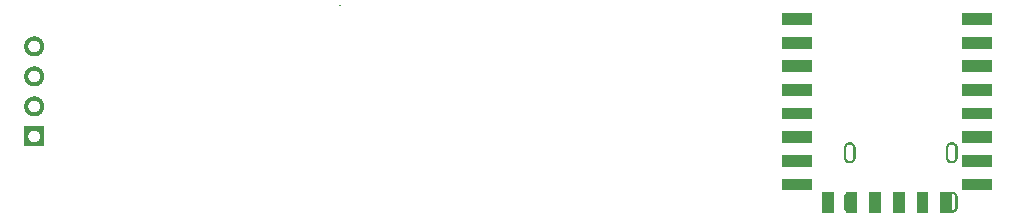
<source format=gbr>
%TF.GenerationSoftware,Flux,Pcbnew,7.0.11-7.0.11~ubuntu20.04.1*%
%TF.CreationDate,2024-08-15T16:12:26+00:00*%
%TF.ProjectId,input,696e7075-742e-46b6-9963-61645f706362,rev?*%
%TF.SameCoordinates,Original*%
%TF.FileFunction,Soldermask,Bot*%
%TF.FilePolarity,Negative*%
%FSLAX46Y46*%
G04 Gerber Fmt 4.6, Leading zero omitted, Abs format (unit mm)*
G04 Filename: businesscardpcb*
G04 Build it with Flux! Visit our site at: https://www.flux.ai (PCBNEW 7.0.11-7.0.11~ubuntu20.04.1) date 2024-08-15 16:12:26*
%MOMM*%
%LPD*%
G01*
G04 APERTURE LIST*
G04 APERTURE END LIST*
%TO.C,*%
G36*
X-14940100Y-7684100D02*
G01*
X-15090100Y-7684100D01*
X-15090100Y-7534100D01*
X-14940100Y-7534100D01*
X-14940100Y-7684100D01*
G37*
G36*
X-40061800Y-17838300D02*
G01*
X-40061800Y-19538300D01*
X-41761800Y-19538300D01*
X-41761800Y-18700571D01*
X-41411649Y-18700571D01*
X-41410445Y-18725082D01*
X-41408040Y-18749505D01*
X-41404439Y-18773781D01*
X-41399651Y-18797851D01*
X-41393688Y-18821656D01*
X-41386564Y-18845141D01*
X-41378296Y-18868248D01*
X-41368905Y-18890921D01*
X-41358412Y-18913106D01*
X-41346843Y-18934749D01*
X-41334227Y-18955799D01*
X-41320592Y-18976204D01*
X-41305973Y-18995916D01*
X-41290404Y-19014886D01*
X-41273924Y-19033070D01*
X-41256570Y-19050424D01*
X-41238386Y-19066904D01*
X-41219416Y-19082473D01*
X-41199704Y-19097092D01*
X-41179299Y-19110727D01*
X-41158249Y-19123343D01*
X-41136606Y-19134912D01*
X-41114421Y-19145405D01*
X-41091748Y-19154796D01*
X-41068641Y-19163064D01*
X-41045156Y-19170188D01*
X-41021351Y-19176151D01*
X-40997281Y-19180939D01*
X-40973005Y-19184540D01*
X-40948582Y-19186945D01*
X-40924071Y-19188149D01*
X-40899529Y-19188149D01*
X-40875018Y-19186945D01*
X-40850595Y-19184540D01*
X-40826319Y-19180939D01*
X-40802249Y-19176151D01*
X-40778444Y-19170188D01*
X-40754959Y-19163064D01*
X-40731852Y-19154796D01*
X-40709179Y-19145405D01*
X-40686994Y-19134912D01*
X-40665351Y-19123343D01*
X-40644301Y-19110727D01*
X-40623896Y-19097092D01*
X-40604184Y-19082473D01*
X-40585214Y-19066904D01*
X-40567030Y-19050424D01*
X-40549676Y-19033070D01*
X-40533196Y-19014886D01*
X-40517627Y-18995916D01*
X-40503008Y-18976204D01*
X-40489373Y-18955799D01*
X-40476757Y-18934749D01*
X-40465188Y-18913106D01*
X-40454695Y-18890921D01*
X-40445304Y-18868248D01*
X-40437036Y-18845141D01*
X-40429912Y-18821656D01*
X-40423949Y-18797851D01*
X-40419161Y-18773781D01*
X-40415560Y-18749505D01*
X-40413155Y-18725082D01*
X-40411951Y-18700571D01*
X-40411951Y-18676029D01*
X-40413155Y-18651518D01*
X-40415560Y-18627095D01*
X-40419161Y-18602819D01*
X-40423949Y-18578749D01*
X-40429912Y-18554944D01*
X-40437036Y-18531459D01*
X-40445304Y-18508352D01*
X-40454695Y-18485679D01*
X-40458533Y-18477563D01*
X-40465188Y-18463494D01*
X-40476757Y-18441851D01*
X-40489373Y-18420801D01*
X-40503008Y-18400396D01*
X-40517627Y-18380684D01*
X-40533196Y-18361714D01*
X-40549676Y-18343530D01*
X-40567030Y-18326176D01*
X-40585214Y-18309696D01*
X-40604184Y-18294127D01*
X-40623896Y-18279508D01*
X-40644301Y-18265873D01*
X-40665351Y-18253257D01*
X-40686994Y-18241688D01*
X-40709179Y-18231195D01*
X-40731852Y-18221804D01*
X-40754959Y-18213536D01*
X-40778444Y-18206412D01*
X-40802249Y-18200449D01*
X-40826319Y-18195661D01*
X-40850595Y-18192060D01*
X-40875018Y-18189655D01*
X-40899529Y-18188451D01*
X-40924071Y-18188451D01*
X-40948582Y-18189655D01*
X-40973005Y-18192060D01*
X-40997281Y-18195661D01*
X-41021351Y-18200449D01*
X-41045156Y-18206412D01*
X-41068641Y-18213536D01*
X-41091748Y-18221804D01*
X-41114421Y-18231195D01*
X-41136606Y-18241688D01*
X-41158249Y-18253257D01*
X-41179299Y-18265873D01*
X-41199704Y-18279508D01*
X-41219416Y-18294127D01*
X-41238386Y-18309696D01*
X-41256570Y-18326176D01*
X-41273924Y-18343530D01*
X-41290404Y-18361714D01*
X-41305973Y-18380684D01*
X-41320592Y-18400396D01*
X-41334227Y-18420801D01*
X-41346843Y-18441851D01*
X-41358412Y-18463494D01*
X-41368905Y-18485679D01*
X-41378296Y-18508352D01*
X-41386564Y-18531459D01*
X-41393688Y-18554944D01*
X-41399651Y-18578749D01*
X-41404439Y-18602819D01*
X-41408040Y-18627095D01*
X-41410445Y-18651518D01*
X-41411649Y-18676029D01*
X-41411649Y-18700571D01*
X-41761800Y-18700571D01*
X-41761800Y-17838300D01*
X-40061800Y-17838300D01*
G37*
G36*
X-40849250Y-10220603D02*
G01*
X-40807731Y-10224692D01*
X-40766462Y-10230814D01*
X-40725544Y-10238953D01*
X-40685074Y-10249090D01*
X-40645150Y-10261201D01*
X-40605869Y-10275256D01*
X-40567325Y-10291222D01*
X-40529610Y-10309059D01*
X-40492816Y-10328726D01*
X-40457032Y-10350174D01*
X-40422343Y-10373353D01*
X-40388833Y-10398206D01*
X-40356583Y-10424672D01*
X-40325670Y-10452690D01*
X-40296170Y-10482191D01*
X-40268152Y-10513103D01*
X-40241685Y-10545353D01*
X-40216833Y-10578863D01*
X-40193654Y-10613552D01*
X-40172206Y-10649337D01*
X-40152539Y-10686130D01*
X-40134701Y-10723845D01*
X-40118736Y-10762389D01*
X-40104681Y-10801671D01*
X-40092570Y-10841594D01*
X-40082433Y-10882064D01*
X-40074294Y-10922982D01*
X-40068172Y-10964251D01*
X-40064083Y-11005770D01*
X-40062036Y-11047440D01*
X-40062036Y-11089160D01*
X-40064083Y-11130830D01*
X-40068172Y-11172349D01*
X-40074294Y-11213618D01*
X-40082433Y-11254536D01*
X-40092570Y-11295006D01*
X-40104681Y-11334929D01*
X-40118736Y-11374211D01*
X-40134701Y-11412755D01*
X-40152539Y-11450470D01*
X-40172206Y-11487263D01*
X-40193654Y-11523048D01*
X-40216833Y-11557737D01*
X-40241685Y-11591247D01*
X-40268152Y-11623497D01*
X-40296170Y-11654409D01*
X-40325670Y-11683910D01*
X-40356583Y-11711928D01*
X-40388833Y-11738394D01*
X-40422343Y-11763247D01*
X-40457032Y-11786426D01*
X-40492816Y-11807874D01*
X-40529610Y-11827541D01*
X-40567325Y-11845378D01*
X-40605869Y-11861344D01*
X-40645150Y-11875399D01*
X-40685074Y-11887510D01*
X-40725544Y-11897647D01*
X-40766462Y-11905786D01*
X-40807731Y-11911908D01*
X-40849250Y-11915997D01*
X-40890920Y-11918044D01*
X-40932640Y-11918044D01*
X-40974310Y-11915997D01*
X-41015829Y-11911908D01*
X-41057097Y-11905786D01*
X-41098016Y-11897647D01*
X-41138486Y-11887510D01*
X-41178409Y-11875399D01*
X-41217691Y-11861344D01*
X-41256235Y-11845378D01*
X-41293949Y-11827541D01*
X-41330743Y-11807874D01*
X-41366528Y-11786426D01*
X-41401217Y-11763247D01*
X-41434727Y-11738394D01*
X-41466977Y-11711928D01*
X-41497889Y-11683910D01*
X-41527390Y-11654409D01*
X-41555407Y-11623497D01*
X-41581874Y-11591247D01*
X-41606727Y-11557737D01*
X-41629905Y-11523048D01*
X-41651354Y-11487263D01*
X-41671020Y-11450470D01*
X-41688858Y-11412755D01*
X-41704824Y-11374211D01*
X-41718879Y-11334929D01*
X-41730989Y-11295006D01*
X-41741127Y-11254536D01*
X-41749266Y-11213618D01*
X-41755387Y-11172349D01*
X-41759477Y-11130830D01*
X-41761524Y-11089160D01*
X-41761524Y-11080571D01*
X-41411629Y-11080571D01*
X-41410425Y-11105082D01*
X-41408020Y-11129505D01*
X-41404419Y-11153781D01*
X-41399631Y-11177851D01*
X-41393668Y-11201656D01*
X-41386544Y-11225141D01*
X-41378276Y-11248248D01*
X-41368885Y-11270921D01*
X-41358392Y-11293106D01*
X-41346823Y-11314749D01*
X-41334207Y-11335799D01*
X-41320572Y-11356204D01*
X-41305953Y-11375916D01*
X-41290384Y-11394886D01*
X-41273903Y-11413070D01*
X-41256550Y-11430424D01*
X-41238366Y-11446904D01*
X-41219396Y-11462473D01*
X-41199684Y-11477092D01*
X-41179279Y-11490727D01*
X-41158229Y-11503343D01*
X-41136585Y-11514912D01*
X-41114400Y-11525405D01*
X-41091727Y-11534796D01*
X-41068621Y-11543064D01*
X-41045136Y-11550188D01*
X-41021330Y-11556151D01*
X-40997261Y-11560939D01*
X-40972985Y-11564540D01*
X-40948562Y-11566945D01*
X-40924050Y-11568149D01*
X-40899509Y-11568149D01*
X-40874997Y-11566945D01*
X-40850574Y-11564540D01*
X-40826299Y-11560939D01*
X-40802229Y-11556151D01*
X-40778423Y-11550188D01*
X-40754939Y-11543064D01*
X-40731832Y-11534796D01*
X-40709159Y-11525405D01*
X-40686974Y-11514912D01*
X-40665331Y-11503343D01*
X-40644281Y-11490727D01*
X-40623876Y-11477092D01*
X-40604164Y-11462473D01*
X-40585193Y-11446904D01*
X-40567010Y-11430424D01*
X-40549656Y-11413070D01*
X-40533175Y-11394886D01*
X-40517607Y-11375916D01*
X-40502987Y-11356204D01*
X-40489353Y-11335799D01*
X-40476736Y-11314749D01*
X-40465168Y-11293106D01*
X-40454675Y-11270921D01*
X-40445283Y-11248248D01*
X-40437016Y-11225141D01*
X-40429892Y-11201656D01*
X-40423929Y-11177851D01*
X-40419141Y-11153781D01*
X-40415540Y-11129505D01*
X-40413135Y-11105082D01*
X-40411930Y-11080571D01*
X-40411930Y-11056029D01*
X-40413135Y-11031518D01*
X-40415540Y-11007095D01*
X-40419141Y-10982819D01*
X-40423929Y-10958749D01*
X-40429892Y-10934944D01*
X-40437016Y-10911459D01*
X-40445283Y-10888352D01*
X-40454675Y-10865679D01*
X-40465168Y-10843494D01*
X-40476736Y-10821851D01*
X-40489353Y-10800801D01*
X-40502987Y-10780396D01*
X-40517607Y-10760684D01*
X-40533175Y-10741714D01*
X-40549656Y-10723530D01*
X-40567010Y-10706176D01*
X-40585193Y-10689696D01*
X-40604164Y-10674127D01*
X-40623876Y-10659508D01*
X-40644281Y-10645873D01*
X-40665331Y-10633257D01*
X-40686974Y-10621688D01*
X-40709159Y-10611195D01*
X-40731832Y-10601804D01*
X-40754939Y-10593536D01*
X-40778423Y-10586412D01*
X-40802229Y-10580449D01*
X-40826299Y-10575661D01*
X-40850574Y-10572060D01*
X-40874997Y-10569655D01*
X-40899509Y-10568451D01*
X-40924050Y-10568451D01*
X-40948562Y-10569655D01*
X-40972985Y-10572060D01*
X-40997261Y-10575661D01*
X-41021330Y-10580449D01*
X-41045136Y-10586412D01*
X-41068621Y-10593536D01*
X-41091727Y-10601804D01*
X-41114400Y-10611195D01*
X-41136585Y-10621688D01*
X-41158229Y-10633257D01*
X-41179279Y-10645873D01*
X-41199684Y-10659508D01*
X-41219396Y-10674127D01*
X-41238366Y-10689696D01*
X-41256550Y-10706176D01*
X-41273903Y-10723530D01*
X-41290384Y-10741714D01*
X-41305953Y-10760684D01*
X-41320572Y-10780396D01*
X-41334207Y-10800801D01*
X-41346823Y-10821851D01*
X-41358392Y-10843494D01*
X-41368885Y-10865679D01*
X-41378276Y-10888352D01*
X-41386544Y-10911459D01*
X-41393668Y-10934944D01*
X-41399631Y-10958749D01*
X-41404419Y-10982819D01*
X-41408020Y-11007095D01*
X-41410425Y-11031518D01*
X-41411629Y-11056029D01*
X-41411629Y-11080571D01*
X-41761524Y-11080571D01*
X-41761524Y-11047440D01*
X-41759477Y-11005770D01*
X-41755387Y-10964251D01*
X-41749266Y-10922982D01*
X-41741127Y-10882064D01*
X-41730989Y-10841594D01*
X-41718879Y-10801671D01*
X-41704824Y-10762389D01*
X-41688858Y-10723845D01*
X-41671020Y-10686130D01*
X-41651354Y-10649337D01*
X-41629905Y-10613552D01*
X-41606727Y-10578863D01*
X-41581874Y-10545353D01*
X-41555407Y-10513103D01*
X-41527390Y-10482191D01*
X-41497889Y-10452690D01*
X-41466977Y-10424672D01*
X-41434727Y-10398206D01*
X-41401217Y-10373353D01*
X-41366528Y-10350174D01*
X-41330743Y-10328726D01*
X-41293949Y-10309059D01*
X-41256235Y-10291222D01*
X-41217691Y-10275256D01*
X-41178409Y-10261201D01*
X-41138486Y-10249090D01*
X-41098016Y-10238953D01*
X-41057097Y-10230814D01*
X-41015829Y-10224692D01*
X-40974310Y-10220603D01*
X-40932640Y-10218556D01*
X-40890920Y-10218556D01*
X-40849250Y-10220603D01*
G37*
G36*
X-40849263Y-15300603D02*
G01*
X-40807744Y-15304692D01*
X-40766476Y-15310814D01*
X-40725557Y-15318953D01*
X-40685087Y-15329090D01*
X-40645164Y-15341201D01*
X-40605882Y-15355256D01*
X-40567338Y-15371222D01*
X-40529624Y-15389059D01*
X-40492830Y-15408726D01*
X-40457045Y-15430174D01*
X-40422356Y-15453353D01*
X-40388846Y-15478206D01*
X-40356596Y-15504672D01*
X-40325684Y-15532690D01*
X-40296183Y-15562191D01*
X-40268166Y-15593103D01*
X-40241699Y-15625353D01*
X-40216846Y-15658863D01*
X-40193668Y-15693552D01*
X-40172219Y-15729337D01*
X-40152553Y-15766130D01*
X-40134715Y-15803845D01*
X-40118749Y-15842389D01*
X-40104694Y-15881671D01*
X-40092584Y-15921594D01*
X-40082446Y-15962064D01*
X-40074307Y-16002982D01*
X-40068186Y-16044251D01*
X-40064096Y-16085770D01*
X-40062049Y-16127440D01*
X-40062049Y-16169160D01*
X-40064096Y-16210830D01*
X-40068186Y-16252349D01*
X-40074307Y-16293618D01*
X-40082446Y-16334536D01*
X-40092584Y-16375006D01*
X-40104694Y-16414929D01*
X-40118749Y-16454211D01*
X-40134715Y-16492755D01*
X-40152553Y-16530470D01*
X-40172219Y-16567263D01*
X-40193668Y-16603048D01*
X-40216846Y-16637737D01*
X-40241699Y-16671247D01*
X-40268166Y-16703497D01*
X-40296183Y-16734409D01*
X-40325684Y-16763910D01*
X-40356596Y-16791928D01*
X-40388846Y-16818394D01*
X-40422356Y-16843247D01*
X-40457045Y-16866426D01*
X-40492830Y-16887874D01*
X-40529624Y-16907541D01*
X-40567338Y-16925378D01*
X-40605882Y-16941344D01*
X-40645164Y-16955399D01*
X-40685087Y-16967510D01*
X-40725557Y-16977647D01*
X-40766476Y-16985786D01*
X-40807744Y-16991908D01*
X-40849263Y-16995997D01*
X-40890933Y-16998044D01*
X-40932653Y-16998044D01*
X-40974323Y-16995997D01*
X-41015842Y-16991908D01*
X-41057111Y-16985786D01*
X-41098029Y-16977647D01*
X-41138499Y-16967510D01*
X-41178423Y-16955399D01*
X-41217704Y-16941344D01*
X-41256248Y-16925378D01*
X-41293963Y-16907541D01*
X-41330757Y-16887874D01*
X-41366541Y-16866426D01*
X-41401230Y-16843247D01*
X-41434740Y-16818394D01*
X-41466990Y-16791928D01*
X-41497903Y-16763910D01*
X-41527403Y-16734409D01*
X-41555421Y-16703497D01*
X-41581888Y-16671247D01*
X-41606740Y-16637737D01*
X-41629919Y-16603048D01*
X-41651367Y-16567263D01*
X-41671034Y-16530470D01*
X-41688872Y-16492755D01*
X-41704837Y-16454211D01*
X-41718892Y-16414929D01*
X-41731003Y-16375006D01*
X-41741140Y-16334536D01*
X-41749279Y-16293618D01*
X-41755401Y-16252349D01*
X-41759490Y-16210830D01*
X-41761537Y-16169160D01*
X-41761537Y-16160571D01*
X-41411643Y-16160571D01*
X-41410438Y-16185082D01*
X-41408033Y-16209505D01*
X-41404432Y-16233781D01*
X-41399644Y-16257851D01*
X-41393681Y-16281656D01*
X-41386557Y-16305141D01*
X-41378290Y-16328248D01*
X-41368898Y-16350921D01*
X-41358405Y-16373106D01*
X-41346837Y-16394749D01*
X-41334220Y-16415799D01*
X-41320586Y-16436204D01*
X-41305966Y-16455916D01*
X-41290398Y-16474886D01*
X-41273917Y-16493070D01*
X-41256564Y-16510424D01*
X-41238380Y-16526904D01*
X-41219409Y-16542473D01*
X-41199697Y-16557092D01*
X-41179292Y-16570727D01*
X-41158242Y-16583343D01*
X-41136599Y-16594912D01*
X-41114414Y-16605405D01*
X-41091741Y-16614796D01*
X-41068634Y-16623064D01*
X-41045150Y-16630188D01*
X-41021344Y-16636151D01*
X-40997274Y-16640939D01*
X-40972999Y-16644540D01*
X-40948576Y-16646945D01*
X-40924064Y-16648149D01*
X-40899523Y-16648149D01*
X-40875011Y-16646945D01*
X-40850588Y-16644540D01*
X-40826312Y-16640939D01*
X-40802243Y-16636151D01*
X-40778437Y-16630188D01*
X-40754952Y-16623064D01*
X-40731846Y-16614796D01*
X-40709173Y-16605405D01*
X-40686988Y-16594912D01*
X-40665344Y-16583343D01*
X-40644294Y-16570727D01*
X-40623889Y-16557092D01*
X-40604177Y-16542473D01*
X-40585207Y-16526904D01*
X-40567023Y-16510424D01*
X-40549670Y-16493070D01*
X-40533189Y-16474886D01*
X-40517620Y-16455916D01*
X-40503001Y-16436204D01*
X-40489366Y-16415799D01*
X-40476750Y-16394749D01*
X-40465181Y-16373106D01*
X-40454688Y-16350921D01*
X-40445297Y-16328248D01*
X-40437029Y-16305141D01*
X-40429905Y-16281656D01*
X-40423942Y-16257851D01*
X-40419154Y-16233781D01*
X-40415553Y-16209505D01*
X-40413148Y-16185082D01*
X-40411944Y-16160571D01*
X-40411944Y-16136029D01*
X-40413148Y-16111518D01*
X-40415553Y-16087095D01*
X-40419154Y-16062819D01*
X-40423942Y-16038749D01*
X-40429905Y-16014944D01*
X-40437029Y-15991459D01*
X-40445297Y-15968352D01*
X-40454688Y-15945679D01*
X-40465181Y-15923494D01*
X-40476750Y-15901851D01*
X-40489366Y-15880801D01*
X-40503001Y-15860396D01*
X-40517620Y-15840684D01*
X-40533189Y-15821714D01*
X-40549670Y-15803530D01*
X-40567023Y-15786176D01*
X-40585207Y-15769696D01*
X-40604177Y-15754127D01*
X-40623889Y-15739508D01*
X-40644294Y-15725873D01*
X-40665344Y-15713257D01*
X-40686988Y-15701688D01*
X-40709173Y-15691195D01*
X-40731846Y-15681804D01*
X-40754952Y-15673536D01*
X-40778437Y-15666412D01*
X-40802243Y-15660449D01*
X-40826312Y-15655661D01*
X-40850588Y-15652060D01*
X-40875011Y-15649655D01*
X-40899523Y-15648451D01*
X-40924064Y-15648451D01*
X-40948576Y-15649655D01*
X-40972999Y-15652060D01*
X-40997274Y-15655661D01*
X-41021344Y-15660449D01*
X-41045150Y-15666412D01*
X-41068634Y-15673536D01*
X-41091741Y-15681804D01*
X-41114414Y-15691195D01*
X-41136599Y-15701688D01*
X-41158242Y-15713257D01*
X-41179292Y-15725873D01*
X-41199697Y-15739508D01*
X-41219409Y-15754127D01*
X-41238380Y-15769696D01*
X-41256564Y-15786176D01*
X-41273917Y-15803530D01*
X-41290398Y-15821714D01*
X-41305966Y-15840684D01*
X-41320586Y-15860396D01*
X-41334220Y-15880801D01*
X-41346837Y-15901851D01*
X-41358405Y-15923494D01*
X-41368898Y-15945679D01*
X-41378290Y-15968352D01*
X-41386557Y-15991459D01*
X-41393681Y-16014944D01*
X-41399644Y-16038749D01*
X-41404432Y-16062819D01*
X-41408033Y-16087095D01*
X-41410438Y-16111518D01*
X-41411643Y-16136029D01*
X-41411643Y-16160571D01*
X-41761537Y-16160571D01*
X-41761537Y-16127440D01*
X-41759490Y-16085770D01*
X-41755401Y-16044251D01*
X-41749279Y-16002982D01*
X-41741140Y-15962064D01*
X-41731003Y-15921594D01*
X-41718892Y-15881671D01*
X-41704837Y-15842389D01*
X-41688872Y-15803845D01*
X-41671034Y-15766130D01*
X-41651367Y-15729337D01*
X-41629919Y-15693552D01*
X-41606740Y-15658863D01*
X-41581888Y-15625353D01*
X-41555421Y-15593103D01*
X-41527403Y-15562191D01*
X-41497903Y-15532690D01*
X-41466990Y-15504672D01*
X-41434740Y-15478206D01*
X-41401230Y-15453353D01*
X-41366541Y-15430174D01*
X-41330757Y-15408726D01*
X-41293963Y-15389059D01*
X-41256248Y-15371222D01*
X-41217704Y-15355256D01*
X-41178423Y-15341201D01*
X-41138499Y-15329090D01*
X-41098029Y-15318953D01*
X-41057111Y-15310814D01*
X-41015842Y-15304692D01*
X-40974323Y-15300603D01*
X-40932653Y-15298556D01*
X-40890933Y-15298556D01*
X-40849263Y-15300603D01*
G37*
G36*
X-40849257Y-12760603D02*
G01*
X-40807737Y-12764692D01*
X-40766469Y-12770814D01*
X-40725550Y-12778953D01*
X-40685081Y-12789090D01*
X-40645157Y-12801201D01*
X-40605876Y-12815256D01*
X-40567331Y-12831222D01*
X-40529617Y-12849059D01*
X-40492823Y-12868726D01*
X-40457039Y-12890174D01*
X-40422350Y-12913353D01*
X-40388840Y-12938206D01*
X-40356590Y-12964672D01*
X-40325677Y-12992690D01*
X-40296176Y-13022191D01*
X-40268159Y-13053103D01*
X-40241692Y-13085353D01*
X-40216839Y-13118863D01*
X-40193661Y-13153552D01*
X-40172213Y-13189337D01*
X-40152546Y-13226130D01*
X-40134708Y-13263845D01*
X-40118743Y-13302389D01*
X-40104688Y-13341671D01*
X-40092577Y-13381594D01*
X-40082440Y-13422064D01*
X-40074301Y-13462982D01*
X-40068179Y-13504251D01*
X-40064090Y-13545770D01*
X-40062043Y-13587440D01*
X-40062043Y-13629160D01*
X-40064090Y-13670830D01*
X-40068179Y-13712349D01*
X-40074301Y-13753618D01*
X-40082440Y-13794536D01*
X-40092577Y-13835006D01*
X-40104688Y-13874929D01*
X-40118743Y-13914211D01*
X-40134708Y-13952755D01*
X-40152546Y-13990470D01*
X-40172213Y-14027263D01*
X-40193661Y-14063048D01*
X-40216839Y-14097737D01*
X-40241692Y-14131247D01*
X-40268159Y-14163497D01*
X-40296176Y-14194409D01*
X-40325677Y-14223910D01*
X-40356590Y-14251928D01*
X-40388840Y-14278394D01*
X-40422350Y-14303247D01*
X-40457039Y-14326426D01*
X-40492823Y-14347874D01*
X-40529617Y-14367541D01*
X-40567331Y-14385378D01*
X-40605876Y-14401344D01*
X-40645157Y-14415399D01*
X-40685081Y-14427510D01*
X-40725550Y-14437647D01*
X-40766469Y-14445786D01*
X-40807737Y-14451908D01*
X-40849257Y-14455997D01*
X-40890926Y-14458044D01*
X-40932647Y-14458044D01*
X-40974316Y-14455997D01*
X-41015836Y-14451908D01*
X-41057104Y-14445786D01*
X-41098023Y-14437647D01*
X-41138492Y-14427510D01*
X-41178416Y-14415399D01*
X-41217697Y-14401344D01*
X-41256242Y-14385378D01*
X-41293956Y-14367541D01*
X-41330750Y-14347874D01*
X-41366534Y-14326426D01*
X-41401223Y-14303247D01*
X-41434733Y-14278394D01*
X-41466983Y-14251928D01*
X-41497896Y-14223910D01*
X-41527397Y-14194409D01*
X-41555414Y-14163497D01*
X-41581881Y-14131247D01*
X-41606734Y-14097737D01*
X-41629912Y-14063048D01*
X-41651360Y-14027263D01*
X-41671027Y-13990470D01*
X-41688865Y-13952755D01*
X-41704830Y-13914211D01*
X-41718885Y-13874929D01*
X-41730996Y-13835006D01*
X-41741133Y-13794536D01*
X-41749273Y-13753618D01*
X-41755394Y-13712349D01*
X-41759483Y-13670830D01*
X-41761531Y-13629160D01*
X-41761531Y-13620571D01*
X-41411636Y-13620571D01*
X-41410432Y-13645082D01*
X-41408026Y-13669505D01*
X-41404425Y-13693781D01*
X-41399638Y-13717851D01*
X-41393675Y-13741656D01*
X-41386551Y-13765141D01*
X-41378283Y-13788248D01*
X-41368891Y-13810921D01*
X-41358399Y-13833106D01*
X-41346830Y-13854749D01*
X-41334213Y-13875799D01*
X-41320579Y-13896204D01*
X-41305960Y-13915916D01*
X-41290391Y-13934886D01*
X-41273910Y-13953070D01*
X-41256557Y-13970424D01*
X-41238373Y-13986904D01*
X-41219402Y-14002473D01*
X-41199691Y-14017092D01*
X-41179285Y-14030727D01*
X-41158236Y-14043343D01*
X-41136592Y-14054912D01*
X-41114407Y-14065405D01*
X-41091734Y-14074796D01*
X-41068627Y-14083064D01*
X-41045143Y-14090188D01*
X-41021337Y-14096151D01*
X-40997267Y-14100939D01*
X-40972992Y-14104540D01*
X-40948569Y-14106945D01*
X-40924057Y-14108149D01*
X-40899516Y-14108149D01*
X-40875004Y-14106945D01*
X-40850581Y-14104540D01*
X-40826306Y-14100939D01*
X-40802236Y-14096151D01*
X-40778430Y-14090188D01*
X-40754946Y-14083064D01*
X-40731839Y-14074796D01*
X-40709166Y-14065405D01*
X-40686981Y-14054912D01*
X-40665337Y-14043343D01*
X-40644288Y-14030727D01*
X-40623882Y-14017092D01*
X-40604171Y-14002473D01*
X-40585200Y-13986904D01*
X-40567016Y-13970424D01*
X-40549663Y-13953070D01*
X-40533182Y-13934886D01*
X-40517613Y-13915916D01*
X-40502994Y-13896204D01*
X-40489360Y-13875799D01*
X-40476743Y-13854749D01*
X-40465174Y-13833106D01*
X-40454682Y-13810921D01*
X-40445290Y-13788248D01*
X-40437022Y-13765141D01*
X-40429898Y-13741656D01*
X-40423935Y-13717851D01*
X-40419148Y-13693781D01*
X-40415547Y-13669505D01*
X-40413141Y-13645082D01*
X-40411937Y-13620571D01*
X-40411937Y-13596029D01*
X-40413141Y-13571518D01*
X-40415547Y-13547095D01*
X-40419148Y-13522819D01*
X-40423935Y-13498749D01*
X-40429898Y-13474944D01*
X-40437022Y-13451459D01*
X-40445290Y-13428352D01*
X-40454682Y-13405679D01*
X-40465174Y-13383494D01*
X-40476743Y-13361851D01*
X-40489360Y-13340801D01*
X-40502994Y-13320396D01*
X-40517613Y-13300684D01*
X-40533182Y-13281714D01*
X-40549663Y-13263530D01*
X-40567016Y-13246176D01*
X-40585200Y-13229696D01*
X-40604171Y-13214127D01*
X-40623882Y-13199508D01*
X-40644288Y-13185873D01*
X-40665337Y-13173257D01*
X-40686981Y-13161688D01*
X-40709166Y-13151195D01*
X-40731839Y-13141804D01*
X-40754946Y-13133536D01*
X-40778430Y-13126412D01*
X-40802236Y-13120449D01*
X-40826306Y-13115661D01*
X-40850581Y-13112060D01*
X-40875004Y-13109655D01*
X-40899516Y-13108451D01*
X-40924057Y-13108451D01*
X-40948569Y-13109655D01*
X-40972992Y-13112060D01*
X-40997267Y-13115661D01*
X-41021337Y-13120449D01*
X-41045143Y-13126412D01*
X-41068627Y-13133536D01*
X-41091734Y-13141804D01*
X-41114407Y-13151195D01*
X-41136592Y-13161688D01*
X-41158236Y-13173257D01*
X-41179285Y-13185873D01*
X-41199691Y-13199508D01*
X-41219402Y-13214127D01*
X-41238373Y-13229696D01*
X-41256557Y-13246176D01*
X-41273910Y-13263530D01*
X-41290391Y-13281714D01*
X-41305960Y-13300684D01*
X-41320579Y-13320396D01*
X-41334213Y-13340801D01*
X-41346830Y-13361851D01*
X-41358399Y-13383494D01*
X-41368891Y-13405679D01*
X-41378283Y-13428352D01*
X-41386551Y-13451459D01*
X-41393675Y-13474944D01*
X-41399638Y-13498749D01*
X-41404425Y-13522819D01*
X-41408026Y-13547095D01*
X-41410432Y-13571518D01*
X-41411636Y-13596029D01*
X-41411636Y-13620571D01*
X-41761531Y-13620571D01*
X-41761531Y-13587440D01*
X-41759483Y-13545770D01*
X-41755394Y-13504251D01*
X-41749273Y-13462982D01*
X-41741133Y-13422064D01*
X-41730996Y-13381594D01*
X-41718885Y-13341671D01*
X-41704830Y-13302389D01*
X-41688865Y-13263845D01*
X-41671027Y-13226130D01*
X-41651360Y-13189337D01*
X-41629912Y-13153552D01*
X-41606734Y-13118863D01*
X-41581881Y-13085353D01*
X-41555414Y-13053103D01*
X-41527397Y-13022191D01*
X-41497896Y-12992690D01*
X-41466983Y-12964672D01*
X-41434733Y-12938206D01*
X-41401223Y-12913353D01*
X-41366534Y-12890174D01*
X-41330750Y-12868726D01*
X-41293956Y-12849059D01*
X-41256242Y-12831222D01*
X-41217697Y-12815256D01*
X-41178416Y-12801201D01*
X-41138492Y-12789090D01*
X-41098023Y-12778953D01*
X-41057104Y-12770814D01*
X-41015836Y-12764692D01*
X-40974316Y-12760603D01*
X-40932647Y-12758556D01*
X-40890926Y-12758556D01*
X-40849257Y-12760603D01*
G37*
G36*
X28176982Y-23360955D02*
G01*
X28201405Y-23363360D01*
X28225681Y-23366961D01*
X28249751Y-23371749D01*
X28273556Y-23377712D01*
X28297041Y-23384836D01*
X28320148Y-23393104D01*
X28342821Y-23402495D01*
X28365006Y-23412988D01*
X28386649Y-23424557D01*
X28407699Y-23437173D01*
X28428104Y-23450808D01*
X28447816Y-23465427D01*
X28466786Y-23480996D01*
X28484970Y-23497476D01*
X28502324Y-23514830D01*
X28518804Y-23533014D01*
X28534373Y-23551984D01*
X28548992Y-23571696D01*
X28562627Y-23592101D01*
X28575243Y-23613151D01*
X28586812Y-23634794D01*
X28597305Y-23656979D01*
X28606696Y-23679652D01*
X28614964Y-23702759D01*
X28622088Y-23726244D01*
X28628051Y-23750049D01*
X28632839Y-23774119D01*
X28636440Y-23798395D01*
X28638845Y-23822818D01*
X28640049Y-23847329D01*
X28640049Y-24671871D01*
X28638845Y-24696382D01*
X28636440Y-24720805D01*
X28632839Y-24745081D01*
X28628051Y-24769151D01*
X28622088Y-24792956D01*
X28614964Y-24816441D01*
X28606696Y-24839548D01*
X28597305Y-24862221D01*
X28586812Y-24884406D01*
X28575243Y-24906049D01*
X28562627Y-24927099D01*
X28548992Y-24947504D01*
X28534373Y-24967216D01*
X28518804Y-24986186D01*
X28502324Y-25004370D01*
X28484970Y-25021724D01*
X28466786Y-25038204D01*
X28447816Y-25053773D01*
X28428104Y-25068392D01*
X28407699Y-25082027D01*
X28386649Y-25094643D01*
X28365006Y-25106212D01*
X28342821Y-25116705D01*
X28320148Y-25126096D01*
X28297041Y-25134364D01*
X28273556Y-25141488D01*
X28249751Y-25147451D01*
X28225681Y-25152239D01*
X28201405Y-25155840D01*
X28176982Y-25158245D01*
X28152471Y-25159449D01*
X28127929Y-25159449D01*
X28103418Y-25158245D01*
X28078995Y-25155840D01*
X28054719Y-25152239D01*
X28030649Y-25147451D01*
X28006844Y-25141488D01*
X27983359Y-25134364D01*
X27960252Y-25126096D01*
X27937579Y-25116705D01*
X27915394Y-25106212D01*
X27893751Y-25094643D01*
X27872701Y-25082027D01*
X27852296Y-25068392D01*
X27832584Y-25053773D01*
X27813614Y-25038204D01*
X27795430Y-25021724D01*
X27778076Y-25004370D01*
X27761596Y-24986186D01*
X27746027Y-24967216D01*
X27731408Y-24947504D01*
X27717773Y-24927099D01*
X27705157Y-24906049D01*
X27693588Y-24884406D01*
X27683095Y-24862221D01*
X27673704Y-24839548D01*
X27665436Y-24816441D01*
X27658312Y-24792956D01*
X27652349Y-24769151D01*
X27647561Y-24745081D01*
X27643960Y-24720805D01*
X27641555Y-24696382D01*
X27640351Y-24671871D01*
X27640351Y-24666962D01*
X27840290Y-24666962D01*
X27841013Y-24681669D01*
X27842456Y-24696323D01*
X27844617Y-24710889D01*
X27847489Y-24725330D01*
X27851067Y-24739614D01*
X27855342Y-24753705D01*
X27860302Y-24767569D01*
X27865937Y-24781172D01*
X27872233Y-24794483D01*
X27879174Y-24807469D01*
X27886744Y-24820099D01*
X27894925Y-24832342D01*
X27903696Y-24844169D01*
X27913037Y-24855552D01*
X27922926Y-24866462D01*
X27933338Y-24876874D01*
X27944248Y-24886763D01*
X27955631Y-24896104D01*
X27967458Y-24904875D01*
X27979701Y-24913056D01*
X27992331Y-24920626D01*
X28005317Y-24927567D01*
X28018628Y-24933863D01*
X28032231Y-24939498D01*
X28046095Y-24944458D01*
X28060186Y-24948733D01*
X28074470Y-24952311D01*
X28088911Y-24955183D01*
X28103477Y-24957344D01*
X28118131Y-24958787D01*
X28132838Y-24959510D01*
X28147562Y-24959510D01*
X28162269Y-24958787D01*
X28176923Y-24957344D01*
X28191489Y-24955183D01*
X28205930Y-24952311D01*
X28220214Y-24948733D01*
X28234305Y-24944458D01*
X28248169Y-24939498D01*
X28261772Y-24933863D01*
X28275083Y-24927567D01*
X28288069Y-24920626D01*
X28300699Y-24913056D01*
X28312942Y-24904875D01*
X28324769Y-24896104D01*
X28336152Y-24886763D01*
X28347062Y-24876874D01*
X28357474Y-24866462D01*
X28367363Y-24855552D01*
X28376704Y-24844169D01*
X28385475Y-24832342D01*
X28393656Y-24820099D01*
X28401226Y-24807469D01*
X28408167Y-24794483D01*
X28414463Y-24781172D01*
X28420098Y-24767569D01*
X28425058Y-24753705D01*
X28429333Y-24739614D01*
X28432911Y-24725330D01*
X28435783Y-24710889D01*
X28437944Y-24696323D01*
X28439387Y-24681669D01*
X28440110Y-24666962D01*
X28440110Y-23852238D01*
X28439387Y-23837531D01*
X28437944Y-23822877D01*
X28435783Y-23808311D01*
X28432911Y-23793870D01*
X28429333Y-23779586D01*
X28425058Y-23765495D01*
X28420098Y-23751631D01*
X28414463Y-23738028D01*
X28408167Y-23724717D01*
X28401226Y-23711731D01*
X28393656Y-23699101D01*
X28385475Y-23686858D01*
X28376704Y-23675031D01*
X28367363Y-23663648D01*
X28357474Y-23652738D01*
X28347062Y-23642326D01*
X28336152Y-23632437D01*
X28324769Y-23623096D01*
X28312942Y-23614325D01*
X28300699Y-23606144D01*
X28288069Y-23598574D01*
X28275083Y-23591633D01*
X28261772Y-23585337D01*
X28248169Y-23579702D01*
X28234305Y-23574742D01*
X28220214Y-23570467D01*
X28205930Y-23566889D01*
X28191489Y-23564017D01*
X28176923Y-23561856D01*
X28162269Y-23560413D01*
X28147562Y-23559690D01*
X28132838Y-23559690D01*
X28118131Y-23560413D01*
X28103477Y-23561856D01*
X28088911Y-23564017D01*
X28074470Y-23566889D01*
X28060186Y-23570467D01*
X28046095Y-23574742D01*
X28032231Y-23579702D01*
X28018628Y-23585337D01*
X28005317Y-23591633D01*
X27992331Y-23598574D01*
X27979701Y-23606144D01*
X27967458Y-23614325D01*
X27955631Y-23623096D01*
X27944248Y-23632437D01*
X27933338Y-23642326D01*
X27922926Y-23652738D01*
X27913037Y-23663648D01*
X27903696Y-23675031D01*
X27894925Y-23686858D01*
X27886744Y-23699101D01*
X27879174Y-23711731D01*
X27872233Y-23724717D01*
X27865937Y-23738028D01*
X27860302Y-23751631D01*
X27855342Y-23765495D01*
X27851067Y-23779586D01*
X27847489Y-23793870D01*
X27844617Y-23808311D01*
X27842456Y-23822877D01*
X27841013Y-23837531D01*
X27840290Y-23852238D01*
X27840290Y-24652238D01*
X27840290Y-24666962D01*
X27640351Y-24666962D01*
X27640351Y-24647329D01*
X27640351Y-23847329D01*
X27641555Y-23822818D01*
X27643960Y-23798395D01*
X27647561Y-23774119D01*
X27652349Y-23750049D01*
X27658312Y-23726244D01*
X27665436Y-23702759D01*
X27673704Y-23679652D01*
X27683095Y-23656979D01*
X27693588Y-23634794D01*
X27705157Y-23613151D01*
X27717773Y-23592101D01*
X27731408Y-23571696D01*
X27746027Y-23551984D01*
X27761596Y-23533014D01*
X27778076Y-23514830D01*
X27795430Y-23497476D01*
X27813614Y-23480996D01*
X27832584Y-23465427D01*
X27852296Y-23450808D01*
X27872701Y-23437173D01*
X27893751Y-23424557D01*
X27915394Y-23412988D01*
X27937579Y-23402495D01*
X27960252Y-23393104D01*
X27983359Y-23384836D01*
X28006844Y-23377712D01*
X28030649Y-23371749D01*
X28054719Y-23366961D01*
X28078995Y-23363360D01*
X28103418Y-23360955D01*
X28127929Y-23359751D01*
X28152471Y-23359751D01*
X28176982Y-23360955D01*
G37*
G36*
X28176982Y-19180955D02*
G01*
X28201405Y-19183360D01*
X28225681Y-19186961D01*
X28249751Y-19191749D01*
X28273556Y-19197712D01*
X28297041Y-19204836D01*
X28320148Y-19213104D01*
X28342821Y-19222495D01*
X28365006Y-19232988D01*
X28386649Y-19244557D01*
X28407699Y-19257173D01*
X28428104Y-19270808D01*
X28447816Y-19285427D01*
X28466786Y-19300996D01*
X28484970Y-19317476D01*
X28502324Y-19334830D01*
X28518804Y-19353014D01*
X28534373Y-19371984D01*
X28548992Y-19391696D01*
X28562627Y-19412101D01*
X28575243Y-19433151D01*
X28586812Y-19454794D01*
X28597305Y-19476979D01*
X28606696Y-19499652D01*
X28614964Y-19522759D01*
X28622088Y-19546244D01*
X28628051Y-19570049D01*
X28632839Y-19594119D01*
X28636440Y-19618395D01*
X28638845Y-19642818D01*
X28640049Y-19667329D01*
X28640049Y-20491871D01*
X28638845Y-20516382D01*
X28636440Y-20540805D01*
X28632839Y-20565081D01*
X28628051Y-20589151D01*
X28622088Y-20612956D01*
X28614964Y-20636441D01*
X28606696Y-20659548D01*
X28597305Y-20682221D01*
X28586812Y-20704406D01*
X28575243Y-20726049D01*
X28562627Y-20747099D01*
X28548992Y-20767504D01*
X28534373Y-20787216D01*
X28518804Y-20806186D01*
X28502324Y-20824370D01*
X28484970Y-20841724D01*
X28466786Y-20858204D01*
X28447816Y-20873773D01*
X28428104Y-20888392D01*
X28407699Y-20902027D01*
X28386649Y-20914643D01*
X28365006Y-20926212D01*
X28342821Y-20936705D01*
X28320148Y-20946096D01*
X28297041Y-20954364D01*
X28273556Y-20961488D01*
X28249751Y-20967451D01*
X28225681Y-20972239D01*
X28201405Y-20975840D01*
X28176982Y-20978245D01*
X28152471Y-20979449D01*
X28127929Y-20979449D01*
X28103418Y-20978245D01*
X28078995Y-20975840D01*
X28054719Y-20972239D01*
X28030649Y-20967451D01*
X28006844Y-20961488D01*
X27983359Y-20954364D01*
X27960252Y-20946096D01*
X27937579Y-20936705D01*
X27915394Y-20926212D01*
X27893751Y-20914643D01*
X27872701Y-20902027D01*
X27852296Y-20888392D01*
X27832584Y-20873773D01*
X27813614Y-20858204D01*
X27795430Y-20841724D01*
X27778076Y-20824370D01*
X27761596Y-20806186D01*
X27746027Y-20787216D01*
X27731408Y-20767504D01*
X27717773Y-20747099D01*
X27705157Y-20726049D01*
X27693588Y-20704406D01*
X27683095Y-20682221D01*
X27673704Y-20659548D01*
X27665436Y-20636441D01*
X27658312Y-20612956D01*
X27652349Y-20589151D01*
X27647561Y-20565081D01*
X27643960Y-20540805D01*
X27641555Y-20516382D01*
X27640351Y-20491871D01*
X27640351Y-20486962D01*
X27840290Y-20486962D01*
X27841013Y-20501669D01*
X27842456Y-20516323D01*
X27844617Y-20530889D01*
X27847489Y-20545330D01*
X27851067Y-20559614D01*
X27855342Y-20573705D01*
X27860302Y-20587569D01*
X27865937Y-20601172D01*
X27872233Y-20614483D01*
X27879174Y-20627469D01*
X27886744Y-20640099D01*
X27894925Y-20652342D01*
X27903696Y-20664169D01*
X27913037Y-20675552D01*
X27922926Y-20686462D01*
X27933338Y-20696874D01*
X27944248Y-20706763D01*
X27955631Y-20716104D01*
X27967458Y-20724875D01*
X27979701Y-20733056D01*
X27992331Y-20740626D01*
X28005317Y-20747567D01*
X28018628Y-20753863D01*
X28032231Y-20759498D01*
X28046095Y-20764458D01*
X28060186Y-20768733D01*
X28074470Y-20772311D01*
X28088911Y-20775183D01*
X28103477Y-20777344D01*
X28118131Y-20778787D01*
X28132838Y-20779510D01*
X28147562Y-20779510D01*
X28162269Y-20778787D01*
X28176923Y-20777344D01*
X28191489Y-20775183D01*
X28205930Y-20772311D01*
X28220214Y-20768733D01*
X28234305Y-20764458D01*
X28248169Y-20759498D01*
X28261772Y-20753863D01*
X28275083Y-20747567D01*
X28288069Y-20740626D01*
X28300699Y-20733056D01*
X28312942Y-20724875D01*
X28324769Y-20716104D01*
X28336152Y-20706763D01*
X28347062Y-20696874D01*
X28357474Y-20686462D01*
X28367363Y-20675552D01*
X28376704Y-20664169D01*
X28385475Y-20652342D01*
X28393656Y-20640099D01*
X28401226Y-20627469D01*
X28408167Y-20614483D01*
X28414463Y-20601172D01*
X28420098Y-20587569D01*
X28425058Y-20573705D01*
X28429333Y-20559614D01*
X28432911Y-20545330D01*
X28435783Y-20530889D01*
X28437944Y-20516323D01*
X28439387Y-20501669D01*
X28440110Y-20486962D01*
X28440110Y-19672238D01*
X28439387Y-19657531D01*
X28437944Y-19642877D01*
X28435783Y-19628311D01*
X28432911Y-19613870D01*
X28429333Y-19599586D01*
X28425058Y-19585495D01*
X28420098Y-19571631D01*
X28414463Y-19558028D01*
X28408167Y-19544717D01*
X28401226Y-19531731D01*
X28393656Y-19519101D01*
X28385475Y-19506858D01*
X28376704Y-19495031D01*
X28367363Y-19483648D01*
X28357474Y-19472738D01*
X28347062Y-19462326D01*
X28336152Y-19452437D01*
X28324769Y-19443096D01*
X28312942Y-19434325D01*
X28300699Y-19426144D01*
X28288069Y-19418574D01*
X28275083Y-19411633D01*
X28261772Y-19405337D01*
X28248169Y-19399702D01*
X28234305Y-19394742D01*
X28220214Y-19390467D01*
X28205930Y-19386889D01*
X28191489Y-19384017D01*
X28176923Y-19381856D01*
X28162269Y-19380413D01*
X28147562Y-19379690D01*
X28132838Y-19379690D01*
X28118131Y-19380413D01*
X28103477Y-19381856D01*
X28088911Y-19384017D01*
X28074470Y-19386889D01*
X28060186Y-19390467D01*
X28046095Y-19394742D01*
X28032231Y-19399702D01*
X28018628Y-19405337D01*
X28005317Y-19411633D01*
X27992331Y-19418574D01*
X27979701Y-19426144D01*
X27967458Y-19434325D01*
X27955631Y-19443096D01*
X27944248Y-19452437D01*
X27933338Y-19462326D01*
X27922926Y-19472738D01*
X27913037Y-19483648D01*
X27903696Y-19495031D01*
X27894925Y-19506858D01*
X27886744Y-19519101D01*
X27879174Y-19531731D01*
X27872233Y-19544717D01*
X27865937Y-19558028D01*
X27860302Y-19571631D01*
X27855342Y-19585495D01*
X27851067Y-19599586D01*
X27847489Y-19613870D01*
X27844617Y-19628311D01*
X27842456Y-19642877D01*
X27841013Y-19657531D01*
X27840290Y-19672238D01*
X27840290Y-20472238D01*
X27840290Y-20486962D01*
X27640351Y-20486962D01*
X27640351Y-20467329D01*
X27640351Y-19667329D01*
X27641555Y-19642818D01*
X27643960Y-19618395D01*
X27647561Y-19594119D01*
X27652349Y-19570049D01*
X27658312Y-19546244D01*
X27665436Y-19522759D01*
X27673704Y-19499652D01*
X27683095Y-19476979D01*
X27693588Y-19454794D01*
X27705157Y-19433151D01*
X27717773Y-19412101D01*
X27731408Y-19391696D01*
X27746027Y-19371984D01*
X27761596Y-19353014D01*
X27778076Y-19334830D01*
X27795430Y-19317476D01*
X27813614Y-19300996D01*
X27832584Y-19285427D01*
X27852296Y-19270808D01*
X27872701Y-19257173D01*
X27893751Y-19244557D01*
X27915394Y-19232988D01*
X27937579Y-19222495D01*
X27960252Y-19213104D01*
X27983359Y-19204836D01*
X28006844Y-19197712D01*
X28030649Y-19191749D01*
X28054719Y-19186961D01*
X28078995Y-19183360D01*
X28103418Y-19180955D01*
X28127929Y-19179751D01*
X28152471Y-19179751D01*
X28176982Y-19180955D01*
G37*
G36*
X36816982Y-23360955D02*
G01*
X36841405Y-23363360D01*
X36865681Y-23366961D01*
X36889751Y-23371749D01*
X36913556Y-23377712D01*
X36937041Y-23384836D01*
X36960148Y-23393104D01*
X36982821Y-23402495D01*
X37005006Y-23412988D01*
X37026649Y-23424557D01*
X37047699Y-23437173D01*
X37068104Y-23450808D01*
X37087816Y-23465427D01*
X37106786Y-23480996D01*
X37124970Y-23497476D01*
X37142324Y-23514830D01*
X37158804Y-23533014D01*
X37174373Y-23551984D01*
X37188992Y-23571696D01*
X37202627Y-23592101D01*
X37215243Y-23613151D01*
X37226812Y-23634794D01*
X37237305Y-23656979D01*
X37246696Y-23679652D01*
X37254964Y-23702759D01*
X37262088Y-23726244D01*
X37268051Y-23750049D01*
X37272839Y-23774119D01*
X37276440Y-23798395D01*
X37278845Y-23822818D01*
X37280049Y-23847329D01*
X37280049Y-24671871D01*
X37278845Y-24696382D01*
X37276440Y-24720805D01*
X37272839Y-24745081D01*
X37268051Y-24769151D01*
X37262088Y-24792956D01*
X37254964Y-24816441D01*
X37246696Y-24839548D01*
X37237305Y-24862221D01*
X37226812Y-24884406D01*
X37215243Y-24906049D01*
X37202627Y-24927099D01*
X37188992Y-24947504D01*
X37174373Y-24967216D01*
X37158804Y-24986186D01*
X37142324Y-25004370D01*
X37124970Y-25021724D01*
X37106786Y-25038204D01*
X37087816Y-25053773D01*
X37068104Y-25068392D01*
X37047699Y-25082027D01*
X37026649Y-25094643D01*
X37005006Y-25106212D01*
X36982821Y-25116705D01*
X36960148Y-25126096D01*
X36937041Y-25134364D01*
X36913556Y-25141488D01*
X36889751Y-25147451D01*
X36865681Y-25152239D01*
X36841405Y-25155840D01*
X36816982Y-25158245D01*
X36792471Y-25159449D01*
X36767929Y-25159449D01*
X36743418Y-25158245D01*
X36718995Y-25155840D01*
X36694719Y-25152239D01*
X36670649Y-25147451D01*
X36646844Y-25141488D01*
X36623359Y-25134364D01*
X36600252Y-25126096D01*
X36577579Y-25116705D01*
X36555394Y-25106212D01*
X36533751Y-25094643D01*
X36512701Y-25082027D01*
X36492296Y-25068392D01*
X36472584Y-25053773D01*
X36453614Y-25038204D01*
X36435430Y-25021724D01*
X36418076Y-25004370D01*
X36401596Y-24986186D01*
X36386027Y-24967216D01*
X36371408Y-24947504D01*
X36357773Y-24927099D01*
X36345157Y-24906049D01*
X36333588Y-24884406D01*
X36323095Y-24862221D01*
X36313704Y-24839548D01*
X36305436Y-24816441D01*
X36298312Y-24792956D01*
X36292349Y-24769151D01*
X36287561Y-24745081D01*
X36283960Y-24720805D01*
X36281555Y-24696382D01*
X36280351Y-24671871D01*
X36280351Y-24666962D01*
X36480290Y-24666962D01*
X36481013Y-24681669D01*
X36482456Y-24696323D01*
X36484617Y-24710889D01*
X36487489Y-24725330D01*
X36491067Y-24739614D01*
X36495342Y-24753705D01*
X36500302Y-24767569D01*
X36505937Y-24781172D01*
X36512233Y-24794483D01*
X36519174Y-24807469D01*
X36526744Y-24820099D01*
X36534925Y-24832342D01*
X36543696Y-24844169D01*
X36553037Y-24855552D01*
X36562926Y-24866462D01*
X36573338Y-24876874D01*
X36584248Y-24886763D01*
X36595631Y-24896104D01*
X36607458Y-24904875D01*
X36619701Y-24913056D01*
X36632331Y-24920626D01*
X36645317Y-24927567D01*
X36658628Y-24933863D01*
X36672231Y-24939498D01*
X36686095Y-24944458D01*
X36700186Y-24948733D01*
X36714470Y-24952311D01*
X36728911Y-24955183D01*
X36743477Y-24957344D01*
X36758131Y-24958787D01*
X36772838Y-24959510D01*
X36787562Y-24959510D01*
X36802269Y-24958787D01*
X36816923Y-24957344D01*
X36831489Y-24955183D01*
X36845930Y-24952311D01*
X36860214Y-24948733D01*
X36874305Y-24944458D01*
X36888169Y-24939498D01*
X36901772Y-24933863D01*
X36915083Y-24927567D01*
X36928069Y-24920626D01*
X36940699Y-24913056D01*
X36952942Y-24904875D01*
X36964769Y-24896104D01*
X36976152Y-24886763D01*
X36987062Y-24876874D01*
X36997474Y-24866462D01*
X37007363Y-24855552D01*
X37016704Y-24844169D01*
X37025475Y-24832342D01*
X37033656Y-24820099D01*
X37041226Y-24807469D01*
X37048167Y-24794483D01*
X37054463Y-24781172D01*
X37060098Y-24767569D01*
X37065058Y-24753705D01*
X37069333Y-24739614D01*
X37072911Y-24725330D01*
X37075783Y-24710889D01*
X37077944Y-24696323D01*
X37079387Y-24681669D01*
X37080110Y-24666962D01*
X37080110Y-23852238D01*
X37079387Y-23837531D01*
X37077944Y-23822877D01*
X37075783Y-23808311D01*
X37072911Y-23793870D01*
X37069333Y-23779586D01*
X37065058Y-23765495D01*
X37060098Y-23751631D01*
X37054463Y-23738028D01*
X37048167Y-23724717D01*
X37041226Y-23711731D01*
X37033656Y-23699101D01*
X37025475Y-23686858D01*
X37016704Y-23675031D01*
X37007363Y-23663648D01*
X36997474Y-23652738D01*
X36987062Y-23642326D01*
X36976152Y-23632437D01*
X36964769Y-23623096D01*
X36952942Y-23614325D01*
X36940699Y-23606144D01*
X36928069Y-23598574D01*
X36915083Y-23591633D01*
X36901772Y-23585337D01*
X36888169Y-23579702D01*
X36874305Y-23574742D01*
X36860214Y-23570467D01*
X36845930Y-23566889D01*
X36831489Y-23564017D01*
X36816923Y-23561856D01*
X36802269Y-23560413D01*
X36787562Y-23559690D01*
X36772838Y-23559690D01*
X36758131Y-23560413D01*
X36743477Y-23561856D01*
X36728911Y-23564017D01*
X36714470Y-23566889D01*
X36700186Y-23570467D01*
X36686095Y-23574742D01*
X36672231Y-23579702D01*
X36658628Y-23585337D01*
X36645317Y-23591633D01*
X36632331Y-23598574D01*
X36619701Y-23606144D01*
X36607458Y-23614325D01*
X36595631Y-23623096D01*
X36584248Y-23632437D01*
X36573338Y-23642326D01*
X36562926Y-23652738D01*
X36553037Y-23663648D01*
X36543696Y-23675031D01*
X36534925Y-23686858D01*
X36526744Y-23699101D01*
X36519174Y-23711731D01*
X36512233Y-23724717D01*
X36505937Y-23738028D01*
X36500302Y-23751631D01*
X36495342Y-23765495D01*
X36491067Y-23779586D01*
X36487489Y-23793870D01*
X36484617Y-23808311D01*
X36482456Y-23822877D01*
X36481013Y-23837531D01*
X36480290Y-23852238D01*
X36480290Y-24652238D01*
X36480290Y-24666962D01*
X36280351Y-24666962D01*
X36280351Y-24647329D01*
X36280351Y-23847329D01*
X36281555Y-23822818D01*
X36283960Y-23798395D01*
X36287561Y-23774119D01*
X36292349Y-23750049D01*
X36298312Y-23726244D01*
X36305436Y-23702759D01*
X36313704Y-23679652D01*
X36323095Y-23656979D01*
X36333588Y-23634794D01*
X36345157Y-23613151D01*
X36357773Y-23592101D01*
X36371408Y-23571696D01*
X36386027Y-23551984D01*
X36401596Y-23533014D01*
X36418076Y-23514830D01*
X36435430Y-23497476D01*
X36453614Y-23480996D01*
X36472584Y-23465427D01*
X36492296Y-23450808D01*
X36512701Y-23437173D01*
X36533751Y-23424557D01*
X36555394Y-23412988D01*
X36577579Y-23402495D01*
X36600252Y-23393104D01*
X36623359Y-23384836D01*
X36646844Y-23377712D01*
X36670649Y-23371749D01*
X36694719Y-23366961D01*
X36718995Y-23363360D01*
X36743418Y-23360955D01*
X36767929Y-23359751D01*
X36792471Y-23359751D01*
X36816982Y-23360955D01*
G37*
G36*
X36816982Y-19180955D02*
G01*
X36841405Y-19183360D01*
X36865681Y-19186961D01*
X36889751Y-19191749D01*
X36913556Y-19197712D01*
X36937041Y-19204836D01*
X36960148Y-19213104D01*
X36982821Y-19222495D01*
X37005006Y-19232988D01*
X37026649Y-19244557D01*
X37047699Y-19257173D01*
X37068104Y-19270808D01*
X37087816Y-19285427D01*
X37106786Y-19300996D01*
X37124970Y-19317476D01*
X37142324Y-19334830D01*
X37158804Y-19353014D01*
X37174373Y-19371984D01*
X37188992Y-19391696D01*
X37202627Y-19412101D01*
X37215243Y-19433151D01*
X37226812Y-19454794D01*
X37237305Y-19476979D01*
X37246696Y-19499652D01*
X37254964Y-19522759D01*
X37262088Y-19546244D01*
X37268051Y-19570049D01*
X37272839Y-19594119D01*
X37276440Y-19618395D01*
X37278845Y-19642818D01*
X37280049Y-19667329D01*
X37280049Y-20491871D01*
X37278845Y-20516382D01*
X37276440Y-20540805D01*
X37272839Y-20565081D01*
X37268051Y-20589151D01*
X37262088Y-20612956D01*
X37254964Y-20636441D01*
X37246696Y-20659548D01*
X37237305Y-20682221D01*
X37226812Y-20704406D01*
X37215243Y-20726049D01*
X37202627Y-20747099D01*
X37188992Y-20767504D01*
X37174373Y-20787216D01*
X37158804Y-20806186D01*
X37142324Y-20824370D01*
X37124970Y-20841724D01*
X37106786Y-20858204D01*
X37087816Y-20873773D01*
X37068104Y-20888392D01*
X37047699Y-20902027D01*
X37026649Y-20914643D01*
X37005006Y-20926212D01*
X36982821Y-20936705D01*
X36960148Y-20946096D01*
X36937041Y-20954364D01*
X36913556Y-20961488D01*
X36889751Y-20967451D01*
X36865681Y-20972239D01*
X36841405Y-20975840D01*
X36816982Y-20978245D01*
X36792471Y-20979449D01*
X36767929Y-20979449D01*
X36743418Y-20978245D01*
X36718995Y-20975840D01*
X36694719Y-20972239D01*
X36670649Y-20967451D01*
X36646844Y-20961488D01*
X36623359Y-20954364D01*
X36600252Y-20946096D01*
X36577579Y-20936705D01*
X36555394Y-20926212D01*
X36533751Y-20914643D01*
X36512701Y-20902027D01*
X36492296Y-20888392D01*
X36472584Y-20873773D01*
X36453614Y-20858204D01*
X36435430Y-20841724D01*
X36418076Y-20824370D01*
X36401596Y-20806186D01*
X36386027Y-20787216D01*
X36371408Y-20767504D01*
X36357773Y-20747099D01*
X36345157Y-20726049D01*
X36333588Y-20704406D01*
X36323095Y-20682221D01*
X36313704Y-20659548D01*
X36305436Y-20636441D01*
X36298312Y-20612956D01*
X36292349Y-20589151D01*
X36287561Y-20565081D01*
X36283960Y-20540805D01*
X36281555Y-20516382D01*
X36280351Y-20491871D01*
X36280351Y-20486962D01*
X36480290Y-20486962D01*
X36481013Y-20501669D01*
X36482456Y-20516323D01*
X36484617Y-20530889D01*
X36487489Y-20545330D01*
X36491067Y-20559614D01*
X36495342Y-20573705D01*
X36500302Y-20587569D01*
X36505937Y-20601172D01*
X36512233Y-20614483D01*
X36519174Y-20627469D01*
X36526744Y-20640099D01*
X36534925Y-20652342D01*
X36543696Y-20664169D01*
X36553037Y-20675552D01*
X36562926Y-20686462D01*
X36573338Y-20696874D01*
X36584248Y-20706763D01*
X36595631Y-20716104D01*
X36607458Y-20724875D01*
X36619701Y-20733056D01*
X36632331Y-20740626D01*
X36645317Y-20747567D01*
X36658628Y-20753863D01*
X36672231Y-20759498D01*
X36686095Y-20764458D01*
X36700186Y-20768733D01*
X36714470Y-20772311D01*
X36728911Y-20775183D01*
X36743477Y-20777344D01*
X36758131Y-20778787D01*
X36772838Y-20779510D01*
X36787562Y-20779510D01*
X36802269Y-20778787D01*
X36816923Y-20777344D01*
X36831489Y-20775183D01*
X36845930Y-20772311D01*
X36860214Y-20768733D01*
X36874305Y-20764458D01*
X36888169Y-20759498D01*
X36901772Y-20753863D01*
X36915083Y-20747567D01*
X36928069Y-20740626D01*
X36940699Y-20733056D01*
X36952942Y-20724875D01*
X36964769Y-20716104D01*
X36976152Y-20706763D01*
X36987062Y-20696874D01*
X36997474Y-20686462D01*
X37007363Y-20675552D01*
X37016704Y-20664169D01*
X37025475Y-20652342D01*
X37033656Y-20640099D01*
X37041226Y-20627469D01*
X37048167Y-20614483D01*
X37054463Y-20601172D01*
X37060098Y-20587569D01*
X37065058Y-20573705D01*
X37069333Y-20559614D01*
X37072911Y-20545330D01*
X37075783Y-20530889D01*
X37077944Y-20516323D01*
X37079387Y-20501669D01*
X37080110Y-20486962D01*
X37080110Y-19672238D01*
X37079387Y-19657531D01*
X37077944Y-19642877D01*
X37075783Y-19628311D01*
X37072911Y-19613870D01*
X37069333Y-19599586D01*
X37065058Y-19585495D01*
X37060098Y-19571631D01*
X37054463Y-19558028D01*
X37048167Y-19544717D01*
X37041226Y-19531731D01*
X37033656Y-19519101D01*
X37025475Y-19506858D01*
X37016704Y-19495031D01*
X37007363Y-19483648D01*
X36997474Y-19472738D01*
X36987062Y-19462326D01*
X36976152Y-19452437D01*
X36964769Y-19443096D01*
X36952942Y-19434325D01*
X36940699Y-19426144D01*
X36928069Y-19418574D01*
X36915083Y-19411633D01*
X36901772Y-19405337D01*
X36888169Y-19399702D01*
X36874305Y-19394742D01*
X36860214Y-19390467D01*
X36845930Y-19386889D01*
X36831489Y-19384017D01*
X36816923Y-19381856D01*
X36802269Y-19380413D01*
X36787562Y-19379690D01*
X36772838Y-19379690D01*
X36758131Y-19380413D01*
X36743477Y-19381856D01*
X36728911Y-19384017D01*
X36714470Y-19386889D01*
X36700186Y-19390467D01*
X36686095Y-19394742D01*
X36672231Y-19399702D01*
X36658628Y-19405337D01*
X36645317Y-19411633D01*
X36632331Y-19418574D01*
X36619701Y-19426144D01*
X36607458Y-19434325D01*
X36595631Y-19443096D01*
X36584248Y-19452437D01*
X36573338Y-19462326D01*
X36562926Y-19472738D01*
X36553037Y-19483648D01*
X36543696Y-19495031D01*
X36534925Y-19506858D01*
X36526744Y-19519101D01*
X36519174Y-19531731D01*
X36512233Y-19544717D01*
X36505937Y-19558028D01*
X36500302Y-19571631D01*
X36495342Y-19585495D01*
X36491067Y-19599586D01*
X36487489Y-19613870D01*
X36484617Y-19628311D01*
X36482456Y-19642877D01*
X36481013Y-19657531D01*
X36480290Y-19672238D01*
X36480290Y-20472238D01*
X36480290Y-20486962D01*
X36280351Y-20486962D01*
X36280351Y-20467329D01*
X36280351Y-19667329D01*
X36281555Y-19642818D01*
X36283960Y-19618395D01*
X36287561Y-19594119D01*
X36292349Y-19570049D01*
X36298312Y-19546244D01*
X36305436Y-19522759D01*
X36313704Y-19499652D01*
X36323095Y-19476979D01*
X36333588Y-19454794D01*
X36345157Y-19433151D01*
X36357773Y-19412101D01*
X36371408Y-19391696D01*
X36386027Y-19371984D01*
X36401596Y-19353014D01*
X36418076Y-19334830D01*
X36435430Y-19317476D01*
X36453614Y-19300996D01*
X36472584Y-19285427D01*
X36492296Y-19270808D01*
X36512701Y-19257173D01*
X36533751Y-19244557D01*
X36555394Y-19232988D01*
X36577579Y-19222495D01*
X36600252Y-19213104D01*
X36623359Y-19204836D01*
X36646844Y-19197712D01*
X36670649Y-19191749D01*
X36694719Y-19186961D01*
X36718995Y-19183360D01*
X36743418Y-19180955D01*
X36767929Y-19179751D01*
X36792471Y-19179751D01*
X36816982Y-19180955D01*
G37*
G36*
X40140200Y-13259600D02*
G01*
X37640200Y-13259600D01*
X37640200Y-12259600D01*
X40140200Y-12259600D01*
X40140200Y-13259600D01*
G37*
G36*
X40140200Y-15259600D02*
G01*
X37640200Y-15259600D01*
X37640200Y-14259600D01*
X40140200Y-14259600D01*
X40140200Y-15259600D01*
G37*
G36*
X24940200Y-15259600D02*
G01*
X22440200Y-15259600D01*
X22440200Y-14259600D01*
X24940200Y-14259600D01*
X24940200Y-15259600D01*
G37*
G36*
X32790200Y-25159600D02*
G01*
X31790200Y-25159600D01*
X31790200Y-23359600D01*
X32790200Y-23359600D01*
X32790200Y-25159600D01*
G37*
G36*
X24940200Y-19259600D02*
G01*
X22440200Y-19259600D01*
X22440200Y-18259600D01*
X24940200Y-18259600D01*
X24940200Y-19259600D01*
G37*
G36*
X36790200Y-25159600D02*
G01*
X35790200Y-25159600D01*
X35790200Y-23359600D01*
X36790200Y-23359600D01*
X36790200Y-25159600D01*
G37*
G36*
X24940200Y-13259600D02*
G01*
X22440200Y-13259600D01*
X22440200Y-12259600D01*
X24940200Y-12259600D01*
X24940200Y-13259600D01*
G37*
G36*
X24940200Y-21259600D02*
G01*
X22440200Y-21259600D01*
X22440200Y-20259600D01*
X24940200Y-20259600D01*
X24940200Y-21259600D01*
G37*
G36*
X26790200Y-25159600D02*
G01*
X25790200Y-25159600D01*
X25790200Y-23359600D01*
X26790200Y-23359600D01*
X26790200Y-25159600D01*
G37*
G36*
X24940200Y-23259600D02*
G01*
X22440200Y-23259600D01*
X22440200Y-22259600D01*
X24940200Y-22259600D01*
X24940200Y-23259600D01*
G37*
G36*
X24940200Y-17259600D02*
G01*
X22440200Y-17259600D01*
X22440200Y-16259600D01*
X24940200Y-16259600D01*
X24940200Y-17259600D01*
G37*
G36*
X24940200Y-9259600D02*
G01*
X22440200Y-9259600D01*
X22440200Y-8259600D01*
X24940200Y-8259600D01*
X24940200Y-9259600D01*
G37*
G36*
X40140200Y-11259600D02*
G01*
X37640200Y-11259600D01*
X37640200Y-10259600D01*
X40140200Y-10259600D01*
X40140200Y-11259600D01*
G37*
G36*
X34790200Y-25159600D02*
G01*
X33790200Y-25159600D01*
X33790200Y-23359600D01*
X34790200Y-23359600D01*
X34790200Y-25159600D01*
G37*
G36*
X40140200Y-19259600D02*
G01*
X37640200Y-19259600D01*
X37640200Y-18259600D01*
X40140200Y-18259600D01*
X40140200Y-19259600D01*
G37*
G36*
X40140200Y-9259600D02*
G01*
X37640200Y-9259600D01*
X37640200Y-8259600D01*
X40140200Y-8259600D01*
X40140200Y-9259600D01*
G37*
G36*
X40140200Y-23259600D02*
G01*
X37640200Y-23259600D01*
X37640200Y-22259600D01*
X40140200Y-22259600D01*
X40140200Y-23259600D01*
G37*
G36*
X40140200Y-21259600D02*
G01*
X37640200Y-21259600D01*
X37640200Y-20259600D01*
X40140200Y-20259600D01*
X40140200Y-21259600D01*
G37*
G36*
X24940200Y-11259600D02*
G01*
X22440200Y-11259600D01*
X22440200Y-10259600D01*
X24940200Y-10259600D01*
X24940200Y-11259600D01*
G37*
G36*
X30790200Y-25159600D02*
G01*
X29790200Y-25159600D01*
X29790200Y-23359600D01*
X30790200Y-23359600D01*
X30790200Y-25159600D01*
G37*
G36*
X28790200Y-25159600D02*
G01*
X27790200Y-25159600D01*
X27790200Y-23359600D01*
X28790200Y-23359600D01*
X28790200Y-25159600D01*
G37*
G36*
X40140200Y-17259600D02*
G01*
X37640200Y-17259600D01*
X37640200Y-16259600D01*
X40140200Y-16259600D01*
X40140200Y-17259600D01*
G37*
%TD*%
M02*

</source>
